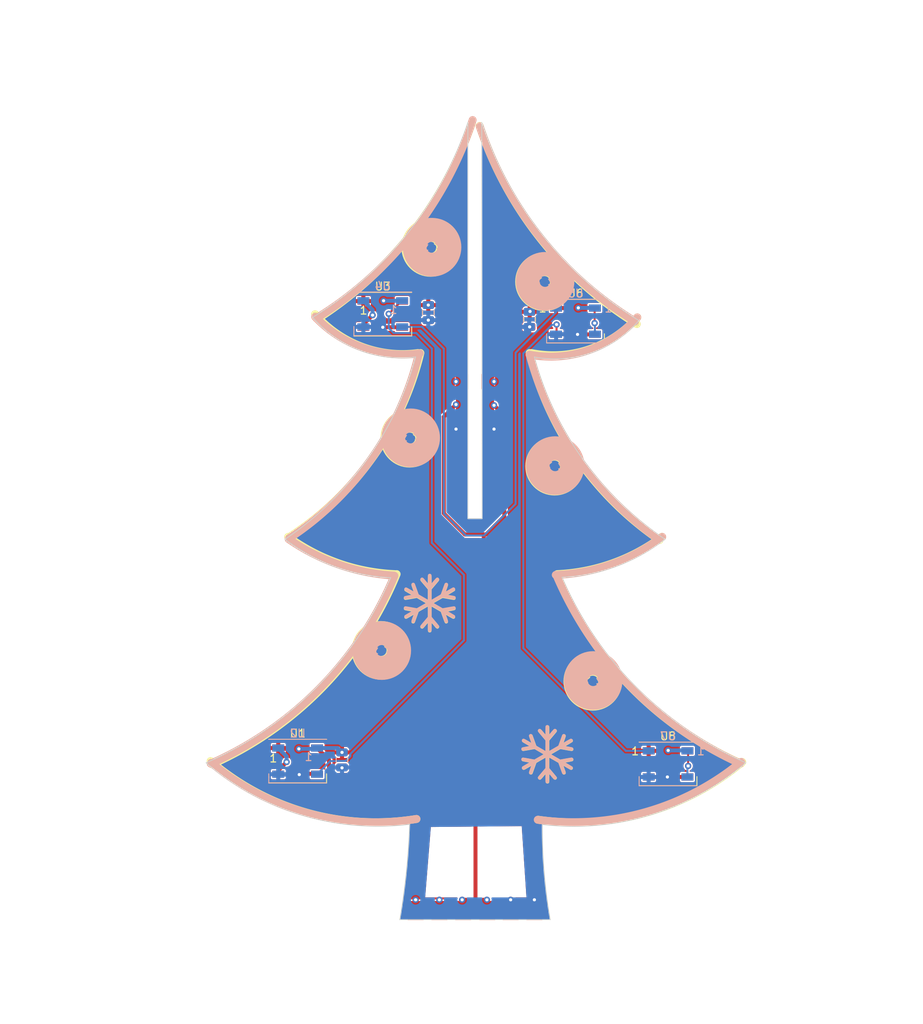
<source format=kicad_pcb>
(kicad_pcb (version 20221018) (generator pcbnew)
  (title_block (comment 4 "AISLER Project ID: LXSYRWOQ"))
  (layers (0 "F.Cu" signal) (31 "B.Cu" signal) (34 "B.Paste" user) (35 "F.Paste" user) (36 "B.SilkS" user "B.Silkscreen") (37 "F.SilkS" user "F.Silkscreen") (38 "B.Mask" user) (39 "F.Mask" user) (44 "Edge.Cuts" user))
  (net 0 "")
  (net 1 "+5V")
  (net 2 "GND")
  (net 3 "/DIN")
  (net 4 "Net-(U1-DOUT)")
  (net 5 "Net-(U2-DOUT)")
  (net 6 "Net-(U3-DOUT)")
  (net 7 "Net-(U5-DOUT)")
  (net 8 "/Dout")
  (net 9 "Net-(U6-DOUT)")
  (net 10 "Net-(U7-DOUT)")
  (net 11 "Net-(U4-DOUT)")
  (footprint "Library:Output" (layer "F.Cu") (at 141.15 68.1)
    (fp_text reference "J12" hide)
    (fp_text value "Conn_01x01")
    (pad "1" smd rect (at 0 0) (size 1.5 1.9) (layers "F.Cu" "F.Paste" "F.Mask") (net 2 "GND"))
  )
  (footprint "Capacitor_SMD:C_0805_2012Metric" (layer "F.Cu") (at 146.4 54.25 -90)
    (fp_text reference "C6" hide)
    (fp_text value "0.1uF" hide)
    (pad "1" smd roundrect (at -0.95 0 270) (size 1 1.45) (layers "F.Cu" "F.Paste" "F.Mask") (net 1 "+5V"))
    (pad "2" smd roundrect (at 0.95 0 270) (size 1 1.45) (layers "F.Cu" "F.Paste" "F.Mask") (net 2 "GND"))
  )
  (footprint "LOGO" (layer "F.Cu") (at 127.6 95.5 10)
    (fp_text reference "G***" hide)
    (fp_text value "LOGO" hide)
  )
  (footprint "Library:Output" (layer "F.Cu") (at 137.85 68.1)
    (fp_text reference "J11" hide)
    (fp_text value "Conn_01x01")
    (pad "1" smd rect (at 0 0) (size 1.5 1.9) (layers "F.Cu" "F.Paste" "F.Mask") (net 2 "GND"))
  )
  (footprint "Library:Input" (layer "F.Cu") (at 138 128.85)
    (fp_text reference "J1" hide)
    (fp_text value "Conn_01x01")
    (pad "1" smd rect (at 0 0) (size 2 2.4) (layers "F.Cu" "F.Paste" "F.Mask") (net 3 "/DIN"))
  )
  (footprint "LED_SMD:LED_WS2812B_PLCC4_5.0x5.0mm_P3.2mm" (layer "F.Cu") (at 127.85 53.6)
    (fp_text reference "U3" (at 0 -3.5) (layer "F.SilkS"))
    (fp_text value "WS2812B")
    (fp_text user "1" (at -2.425 -0.475) (layer "F.SilkS"))
    (pad "1" smd rect (at -2.45 -1.65) (size 1.5 0.9) (layers "F.Cu" "F.Paste" "F.Mask") (net 1 "+5V"))
    (pad "2" smd rect (at -2.45 1.65) (size 1.5 0.9) (layers "F.Cu" "F.Paste" "F.Mask") (net 6 "Net-(U3-DOUT)"))
    (pad "3" smd rect (at 2.45 1.65) (size 1.5 0.9) (layers "F.Cu" "F.Paste" "F.Mask") (net 2 "GND"))
    (pad "4" smd rect (at 2.45 -1.65) (size 1.5 0.9) (layers "F.Cu" "F.Paste" "F.Mask") (net 5 "Net-(U2-DOUT)"))
  )
  (footprint "Library:Output" (layer "F.Cu") (at 137.9 62.1)
    (fp_text reference "J9" hide)
    (fp_text value "Conn_01x01")
    (pad "1" smd rect (at 0 0) (size 1.5 1.9) (layers "F.Cu" "F.Paste" "F.Mask") (net 1 "+5V"))
  )
  (footprint "Capacitor_SMD:C_0805_2012Metric" (layer "F.Cu") (at 133.6 53.4 -90)
    (fp_text reference "C2" hide)
    (fp_text value "0.1uF")
    (pad "1" smd roundrect (at -0.95 0 270) (size 1 1.45) (layers "F.Cu" "F.Paste" "F.Mask") (net 1 "+5V"))
    (pad "2" smd roundrect (at 0.95 0 270) (size 1 1.45) (layers "F.Cu" "F.Paste" "F.Mask") (net 2 "GND"))
  )
  (footprint "LED_SMD:LED_WS2812B_PLCC4_5.0x5.0mm_P3.2mm" (layer "F.Cu") (at 117.1 110)
    (fp_text reference "U1" (at 0 -3.5) (layer "F.SilkS"))
    (fp_text value "WS2812B")
    (fp_text user "1" (at -3.075 -0.35) (layer "F.SilkS"))
    (pad "1" smd rect (at -2.45 -1.65) (size 1.5 0.9) (layers "F.Cu" "F.Paste" "F.Mask") (net 1 "+5V"))
    (pad "2" smd rect (at -2.45 1.65) (size 1.5 0.9) (layers "F.Cu" "F.Paste" "F.Mask") (net 4 "Net-(U1-DOUT)"))
    (pad "3" smd rect (at 2.45 1.65) (size 1.5 0.9) (layers "F.Cu" "F.Paste" "F.Mask") (net 2 "GND"))
    (pad "4" smd rect (at 2.45 -1.65) (size 1.5 0.9) (layers "F.Cu" "F.Paste" "F.Mask") (net 3 "/DIN"))
  )
  (footprint "Library:Input" (layer "F.Cu") (at 132 128.85)
    (fp_text reference "J3" hide)
    (fp_text value "Conn_01x01")
    (pad "1" smd rect (at 0 0) (size 2 2.4) (layers "F.Cu" "F.Paste" "F.Mask") (net 1 "+5V"))
  )
  (footprint "LED_SMD:LED_WS2812B_PLCC4_5.0x5.0mm_P3.2mm" (layer "F.Cu") (at 152.195 54.473)
    (fp_text reference "U6" (at 0 -3.5 -360) (layer "F.SilkS"))
    (fp_text value "WS2812B")
    (fp_text user "1" (at -4.15 -1.6 -360) (layer "F.SilkS"))
    (pad "1" smd rect (at -2.45 -1.65) (size 1.5 0.9) (layers "F.Cu" "F.Paste" "F.Mask") (net 1 "+5V"))
    (pad "2" smd rect (at -2.45 1.65) (size 1.5 0.9) (layers "F.Cu" "F.Paste" "F.Mask") (net 9 "Net-(U6-DOUT)"))
    (pad "3" smd rect (at 2.45 1.65) (size 1.5 0.9) (layers "F.Cu" "F.Paste" "F.Mask") (net 2 "GND"))
    (pad "4" smd rect (at 2.45 -1.65) (size 1.5 0.9) (layers "F.Cu" "F.Paste" "F.Mask") (net 7 "Net-(U5-DOUT)"))
  )
  (footprint "Library:Output" (layer "F.Cu") (at 137.85 65.1)
    (fp_text reference "J8" hide)
    (fp_text value "Conn_01x01")
    (pad "1" smd rect (at 0 0) (size 1.5 1.9) (layers "F.Cu" "F.Paste" "F.Mask") (net 8 "/Dout"))
  )
  (footprint "Library:Input" (layer "F.Cu") (at 141.05 128.85)
    (fp_text reference "J2" hide)
    (fp_text value "Conn_01x01")
    (pad "1" smd rect (at 0 0) (size 2 2.4) (layers "F.Cu" "F.Paste" "F.Mask") (net 3 "/DIN"))
  )
  (footprint "Library:Output" (layer "F.Cu") (at 141.15 65.1)
    (fp_text reference "J7" hide)
    (fp_text value "Conn_01x01")
    (pad "1" smd rect (at 0 0) (size 1.5 1.9) (layers "F.Cu" "F.Paste" "F.Mask") (net 8 "/Dout"))
  )
  (footprint "LOGO" (layer "F.Cu") (at 148.65 109.15)
    (fp_text reference "G***" hide)
    (fp_text value "LOGO" hide)
  )
  (footprint "LOGO" (layer "F.Cu") (at 148.374308 48.95 -10)
    (fp_text reference "G***" hide)
    (fp_text value "LOGO" hide)
  )
  (footprint "Library:Input" (layer "F.Cu") (at 135 128.85)
    (fp_text reference "J4" hide)
    (fp_text value "Conn_01x01")
    (pad "1" smd rect (at 0 0) (size 2 2.4) (layers "F.Cu" "F.Paste" "F.Mask") (net 1 "+5V"))
  )
  (footprint "Capacitor_SMD:C_0805_2012Metric" (layer "F.Cu") (at 122.7 109.85 -90)
    (fp_text reference "C4" hide)
    (fp_text value "0.1uF")
    (pad "1" smd roundrect (at -0.95 0 270) (size 1 1.45) (layers "F.Cu" "F.Paste" "F.Mask") (net 1 "+5V"))
    (pad "2" smd roundrect (at 0.95 0 270) (size 1 1.45) (layers "F.Cu" "F.Paste" "F.Mask") (net 2 "GND"))
  )
  (footprint "LOGO" (layer "F.Cu") (at 133.78 90.083)
    (fp_text reference "G***" hide)
    (fp_text value "LOGO" hide)
  )
  (footprint "Library:Input" (layer "F.Cu") (at 147 128.85)
    (fp_text reference "J6" hide)
    (fp_text value "Conn_01x01")
    (pad "1" smd rect (at 0 0) (size 2 2.4) (layers "F.Cu" "F.Paste" "F.Mask") (net 2 "GND"))
  )
  (footprint "LED_SMD:LED_WS2812B_PLCC4_5.0x5.0mm_P3.2mm" (layer "F.Cu") (at 163.879 110.353)
    (fp_text reference "U8" (at 0 -3.5) (layer "F.SilkS"))
    (fp_text value "WS2812B")
    (fp_text user "1" (at -4.15 -1.6) (layer "F.SilkS"))
    (pad "1" smd rect (at -2.45 -1.65) (size 1.5 0.9) (layers "F.Cu" "F.Paste" "F.Mask") (net 1 "+5V"))
    (pad "2" smd rect (at -2.45 1.65) (size 1.5 0.9) (layers "F.Cu" "F.Paste" "F.Mask") (net 8 "/Dout"))
    (pad "3" smd rect (at 2.45 1.65) (size 1.5 0.9) (layers "F.Cu" "F.Paste" "F.Mask") (net 2 "GND"))
    (pad "4" smd rect (at 2.45 -1.65) (size 1.5 0.9) (layers "F.Cu" "F.Paste" "F.Mask") (net 10 "Net-(U7-DOUT)"))
  )
  (footprint "LOGO" (layer "F.Cu") (at 131.225 68.725 10)
    (fp_text reference "G***" hide)
    (fp_text value "LOGO" hide)
  )
  (footprint "Library:Output" (layer "F.Cu") (at 141.075 62.1)
    (fp_text reference "J10" hide)
    (fp_text value "Conn_01x01")
    (pad "1" smd rect (at 0 0) (size 1.5 1.9) (layers "F.Cu" "F.Paste" "F.Mask") (net 1 "+5V"))
  )
  (footprint "Library:Input" (layer "F.Cu") (at 144 128.85)
    (fp_text reference "J5" hide)
    (fp_text value "Conn_01x01")
    (pad "1" smd rect (at 0 0) (size 2 2.4) (layers "F.Cu" "F.Paste" "F.Mask") (net 2 "GND"))
  )
  (footprint "LOGO" (layer "F.Cu") (at 133.875 44.65 10)
    (fp_text reference "G***" hide)
    (fp_text value "LOGO" hide)
  )
  (footprint "LOGO" (layer "F.Cu") (at 154.474308 99.375 -10)
    (fp_text reference "G***" hide)
    (fp_text value "LOGO" hide)
  )
  (footprint "LOGO" (layer "F.Cu") (at 149.65 72.225 -10)
    (fp_text reference "G***" hide)
    (fp_text value "LOGO" hide)
  )
  (footprint "LED_SMD:LED_WS2812B_PLCC4_5.0x5.0mm_P3.2mm" (layer "B.Cu") (at 163.879 110.353 180)
    (fp_text reference "U7" (at 0 3.5) (layer "B.SilkS") (effects (justify mirror)))
    (fp_text value "WS2812B")
    (fp_text user "1" (at -4.15 1.6) (layer "B.SilkS") (effects (justify mirror)))
    (pad "1" smd rect (at -2.45 1.65 180) (size 1.5 0.9) (layers "B.Cu" "B.Paste" "B.Mask") (net 1 "+5V"))
    (pad "2" smd rect (at -2.45 -1.65 180) (size 1.5 0.9) (layers "B.Cu" "B.Paste" "B.Mask") (net 10 "Net-(U7-DOUT)"))
    (pad "3" smd rect (at 2.45 -1.65 180) (size 1.5 0.9) (layers "B.Cu" "B.Paste" "B.Mask") (net 2 "GND"))
    (pad "4" smd rect (at 2.45 1.65 180) (size 1.5 0.9) (layers "B.Cu" "B.Paste" "B.Mask") (net 9 "Net-(U6-DOUT)"))
  )
  (footprint "LOGO" (layer "B.Cu") (at 133.975 44.6 -170)
    (fp_text reference "G***" hide)
    (fp_text value "LOGO" hide)
  )
  (footprint "LOGO" (layer "B.Cu") (at 148.375 48.925 170)
    (fp_text reference "G***" hide)
    (fp_text value "LOGO" hide)
  )
  (footprint "Capacitor_SMD:C_0805_2012Metric" (layer "B.Cu") (at 122.7 109.85 -90)
    (fp_text reference "C3" hide)
    (fp_text value "0.1uF")
    (pad "1" smd roundrect (at -0.95 0 270) (size 1 1.45) (layers "B.Cu" "B.Paste" "B.Mask") (net 1 "+5V"))
    (pad "2" smd roundrect (at 0.95 0 270) (size 1 1.45) (layers "B.Cu" "B.Paste" "B.Mask") (net 2 "GND"))
  )
  (footprint "LED_SMD:LED_WS2812B_PLCC4_5.0x5.0mm_P3.2mm" (layer "B.Cu") (at 127.85 53.55 180)
    (fp_text reference "U4" (at 0 3.5) (layer "B.SilkS") (effects (justify mirror)))
    (fp_text value "WS2812B")
    (fp_text user "1" (at -1.35 0.5) (layer "B.SilkS") (effects (justify mirror)))
    (pad "1" smd rect (at -2.45 1.65 180) (size 1.5 0.9) (layers "B.Cu" "B.Paste" "B.Mask") (net 1 "+5V"))
    (pad "2" smd rect (at -2.45 -1.65 180) (size 1.5 0.9) (layers "B.Cu" "B.Paste" "B.Mask") (net 11 "Net-(U4-DOUT)"))
    (pad "3" smd rect (at 2.45 -1.65 180) (size 1.5 0.9) (layers "B.Cu" "B.Paste" "B.Mask") (net 2 "GND"))
    (pad "4" smd rect (at 2.45 1.65 180) (size 1.5 0.9) (layers "B.Cu" "B.Paste" "B.Mask") (net 6 "Net-(U3-DOUT)"))
  )
  (footprint "LOGO" (layer "B.Cu") (at 149.645582 72.183426 170)
    (fp_text reference "G***" hide)
    (fp_text value "LOGO" hide)
  )
  (footprint "LED_SMD:LED_WS2812B_PLCC4_5.0x5.0mm_P3.2mm" (layer "B.Cu") (at 117.1 110 180)
    (fp_text reference "U2" (at 0 3.5) (layer "B.SilkS") (effects (justify mirror)))
    (fp_text value "WS2812B")
    (fp_text user "1" (at -1.375 0.525) (layer "B.SilkS") (effects (justify mirror)))
    (pad "1" smd rect (at -2.45 1.65 180) (size 1.5 0.9) (layers "B.Cu" "B.Paste" "B.Mask") (net 1 "+5V"))
    (pad "2" smd rect (at -2.45 -1.65 180) (size 1.5 0.9) (layers "B.Cu" "B.Paste" "B.Mask") (net 5 "Net-(U2-DOUT)"))
    (pad "3" smd rect (at 2.45 -1.65 180) (size 1.5 0.9) (layers "B.Cu" "B.Paste" "B.Mask") (net 2 "GND"))
    (pad "4" smd rect (at 2.45 1.65 180) (size 1.5 0.9) (layers "B.Cu" "B.Paste" "B.Mask") (net 4 "Net-(U1-DOUT)"))
  )
  (footprint "LED_SMD:LED_WS2812B_PLCC4_5.0x5.0mm_P3.2mm" (layer "B.Cu") (at 152.195 54.473 180)
    (fp_text reference "U5" (at 0 3.5) (layer "B.SilkS") (effects (justify mirror)))
    (fp_text value "WS2812B")
    (fp_text user "1" (at -4.15 1.6) (layer "B.SilkS") (effects (justify mirror)))
    (pad "1" smd rect (at -2.45 1.65 180) (size 1.5 0.9) (layers "B.Cu" "B.Paste" "B.Mask") (net 1 "+5V"))
    (pad "2" smd rect (at -2.45 -1.65 180) (size 1.5 0.9) (layers "B.Cu" "B.Paste" "B.Mask") (net 7 "Net-(U5-DOUT)"))
    (pad "3" smd rect (at 2.45 -1.65 180) (size 1.5 0.9) (layers "B.Cu" "B.Paste" "B.Mask") (net 2 "GND"))
    (pad "4" smd rect (at 2.45 1.65 180) (size 1.5 0.9) (layers "B.Cu" "B.Paste" "B.Mask") (net 11 "Net-(U4-DOUT)"))
  )
  (footprint "LOGO" (layer "B.Cu") (at 131.275692 68.65 -170)
    (fp_text reference "G***" hide)
    (fp_text value "LOGO" hide)
  )
  (footprint "Capacitor_SMD:C_0805_2012Metric" (layer "B.Cu") (at 133.6 53.4 -90)
    (fp_text reference "C5" hide)
    (fp_text value "0.1uF")
    (pad "1" smd roundrect (at -0.95 0 270) (size 1 1.45) (layers "B.Cu" "B.Paste" "B.Mask") (net 1 "+5V"))
    (pad "2" smd roundrect (at 0.95 0 270) (size 1 1.45) (layers "B.Cu" "B.Paste" "B.Mask") (net 2 "GND"))
  )
  (footprint "LOGO" (layer "B.Cu") (at 127.625692 95.5 -170)
    (fp_text reference "G***" hide)
    (fp_text value "LOGO" hide)
  )
  (footprint "Capacitor_SMD:C_0805_2012Metric" (layer "B.Cu") (at 146.35 54.25 -90)
    (fp_text reference "C1" hide)
    (fp_text value "0.1uF")
    (pad "1" smd roundrect (at -0.95 0 270) (size 1 1.45) (layers "B.Cu" "B.Paste" "B.Mask") (net 1 "+5V"))
    (pad "2" smd roundrect (at 0.95 0 270) (size 1 1.45) (layers "B.Cu" "B.Paste" "B.Mask") (net 2 "GND"))
  )
  (footprint "LOGO" (layer "B.Cu") (at 154.45 99.3 170)
    (fp_text reference "G***" hide)
    (fp_text value "LOGO" hide)
  )
  (footprint "LOGO" (layer "B.Cu") (at 148.625 109.125 180)
    (fp_text reference "G***" hide)
    (fp_text value "LOGO" hide)
  )
  (footprint "LOGO" (layer "B.Cu") (at 131.375 107.8 180)
    (fp_text reference "G***" hide)
    (fp_text value "LOGO" hide)
  )
  (footprint "LOGO" (layer "B.Cu") (at 133.78 90.033 180)
    (fp_text reference "G***" hide)
    (fp_text value "LOGO" hide)
  )
  (gr_circle (center 131.375 69.2) (end 130.675 69.2) (stroke (width 3)) (fill none) (layer "B.SilkS"))
  (gr_arc (start 129.316451 86.614628) (mid 120 100.7) (end 106.116451 110.314628) (stroke (width 1)) (layer "B.SilkS"))
  (gr_arc (start 139.2 29.1) (mid 131.560632 43.358747) (end 119.465289 54.1) (stroke (width 1)) (layer "B.SilkS"))
  (gr_circle (center 154.425 99.825) (end 153.725 99.825) (stroke (width 3)) (fill none) (layer "B.SilkS"))
  (gr_arc (start 173 110.3) (mid 159.266762 100.696078) (end 149.9 86.8) (stroke (width 1)) (layer "B.SilkS"))
  (gr_circle (center 149.620582 72.708426) (end 148.920582 72.708426) (stroke (width 3)) (fill none) (layer "B.SilkS"))
  (gr_arc (start 132.401653 58.61531) (mid 126.417887 71.828908) (end 116 81.9) (stroke (width 1)) (layer "B.SilkS"))
  (gr_arc (start 162.7 82) (mid 152.595241 71.905581) (end 146.475643 59) (stroke (width 1)) (layer "B.SilkS"))
  (gr_arc (start 163.14716 81.699399) (mid 156.792192 85.140982) (end 149.7 86.5) (stroke (width 1)) (layer "B.SilkS"))
  (gr_circle (center 134.074308 45.15) (end 133.374308 45.15) (stroke (width 3)) (fill none) (layer "B.SilkS"))
  (gr_arc (start 132.1 117.3) (mid 118.379651 116.57298) (end 106.198414 110.217351) (stroke (width 1)) (layer "B.SilkS"))
  (gr_arc (start 160 54) (mid 153.813874 58.159832) (end 146.379466 58.709317) (stroke (width 1)) (layer "B.SilkS"))
  (gr_circle (center 148.35 49.45) (end 147.65 49.45) (stroke (width 3)) (fill none) (layer "B.SilkS"))
  (gr_arc (start 132.514132 58.537707) (mid 125.355473 57.840805) (end 119.314132 53.937707) (stroke (width 1)) (layer "B.SilkS"))
  (gr_arc (start 159.7 54.5) (mid 147.736711 43.923596) (end 140.1 29.9) (stroke (width 1)) (layer "B.SilkS"))
  (gr_arc (start 129.252366 86.586519) (mid 122.3 85.2) (end 115.964116 81.986519) (stroke (width 1)) (layer "B.SilkS"))
  (gr_circle (center 127.725 96.05) (end 127.025 96.05) (stroke (width 3)) (fill none) (layer "B.SilkS"))
  (gr_arc (start 173.124126 110.1) (mid 161.037577 116.436137) (end 147.425 117.4) (stroke (width 1)) (layer "B.SilkS"))
  (gr_arc (start 132.6 58.5) (mid 126.663151 71.545356) (end 116.375643 81.5) (stroke (width 1)) (layer "F.SilkS"))
  (gr_arc (start 139.1 29.5) (mid 131.415966 43.490871) (end 119.6 54.2) (stroke (width 1)) (layer "F.SilkS"))
  (gr_circle (center 133.9 45.175) (end 134.6 45.175) (stroke (width 3)) (fill none) (layer "F.SilkS"))
  (gr_circle (center 127.625 96.025) (end 128.325 96.025) (stroke (width 3)) (fill none) (layer "F.SilkS"))
  (gr_arc (start 162.8 82.1) (mid 152.430157 71.807857) (end 146.4 58.5) (stroke (width 1)) (layer "F.SilkS"))
  (gr_arc (start 163.1 81.7) (mid 156.852952 85.041271) (end 149.9 86.4) (stroke (width 1)) (layer "F.SilkS"))
  (gr_circle (center 131.25 69.25) (end 131.95 69.25) (stroke (width 3)) (fill none) (layer "F.SilkS"))
  (gr_arc (start 132.3 58.5) (mid 125.17926 57.696861) (end 119.3 53.6) (stroke (width 1)) (layer "F.SilkS"))
  (gr_circle (center 154.375 99.925) (end 155.075 99.925) (stroke (width 3)) (fill none) (layer "F.SilkS"))
  (gr_arc (start 159.934711 54.845489) (mid 147.8 44.1) (end 140.084711 29.845489) (stroke (width 1)) (layer "F.SilkS"))
  (gr_arc (start 132.1 117.3) (mid 118.295153 116.518039) (end 106.100874 110) (stroke (width 1)) (layer "F.SilkS"))
  (gr_arc (start 160 54) (mid 153.910537 58.039372) (end 146.6 58.5) (stroke (width 1)) (layer "F.SilkS"))
  (gr_arc (start 173.253169 110.111326) (mid 161.141798 116.496742) (end 147.5 117.4) (stroke (width 1)) (layer "F.SilkS"))
  (gr_circle (center 149.550692 72.775) (end 150.250692 72.775) (stroke (width 3)) (fill none) (layer "F.SilkS"))
  (gr_circle (center 148.275 49.5) (end 148.975 49.5) (stroke (width 3)) (fill none) (layer "F.SilkS"))
  (gr_arc (start 129.34716 86.400601) (mid 122.277529 85.04026) (end 115.9 81.7) (stroke (width 1)) (layer "F.SilkS"))
  (gr_arc (start 173.1 110.3) (mid 159.216451 100.685373) (end 149.9 86.6) (stroke (width 1)) (layer "F.SilkS"))
  (gr_arc (start 129.6 86.4) (mid 120.263553 100.658239) (end 106.3 110.4) (stroke (width 1)) (layer "F.SilkS"))
  (gr_arc (start 163.5 82) (mid 153.174258 71.989119) (end 147 59) (stroke (width 0.1)) (layer "Edge.Cuts"))
  (gr_arc (start 173.7 110.2) (mid 161.66749 116.793526) (end 148 118) (stroke (width 0.1)) (layer "Edge.Cuts"))
  (gr_arc (start 138.6 29.4) (mid 130.962435 43.422916) (end 119 54) (stroke (width 0.1)) (layer "Edge.Cuts"))
  (gr_arc (start 132 59) (mid 125.825741 71.989118) (end 115.5 82) (stroke (width 0.1)) (layer "Edge.Cuts"))
  (gr_arc (start 128.85 86.85) (mid 119.423822 100.755614) (end 105.537921 110.210808) (stroke (width 0.1)) (layer "Edge.Cuts"))
  (gr_line (start 140.35 29.4) (end 140.4 79.4) (stroke (width 0.1)) (layer "Edge.Cuts"))
  (gr_line (start 138.6 29.4) (end 138.6 79.4) (stroke (width 0.1)) (layer "Edge.Cuts"))
  (gr_arc (start 131.237047 117.978087) (mid 117.571078 116.795641) (end 105.537921 110.210808) (stroke (width 0.1)) (layer "Edge.Cuts"))
  (gr_arc (start 163.5 82) (mid 157.374925 85.415423) (end 150.5 86.8) (stroke (width 0.1)) (layer "Edge.Cuts"))
  (gr_arc (start 160.2 54.4) (mid 154.214035 58.462012) (end 147 59) (stroke (width 0.1)) (layer "Edge.Cuts"))
  (gr_arc (start 149.000001 130) (mid 148.237049 124.021913) (end 148 118) (stroke (width 0.1)) (layer "Edge.Cuts"))
  (gr_arc (start 131.237047 117.978087) (mid 130.823568 124.010142) (end 130 130) (stroke (width 0.1)) (layer "Edge.Cuts"))
  (gr_line (start 130 130) (end 149 130) (stroke (width 0.1)) (layer "Edge.Cuts"))
  (gr_arc (start 160.2 54.4) (mid 148.066557 43.653503) (end 140.35 29.4) (stroke (width 0.1)) (layer "Edge.Cuts"))
  (gr_arc (start 128.85 86.85) (mid 121.802666 85.449879) (end 115.5 82) (stroke (width 0.1)) (layer "Edge.Cuts"))
  (gr_arc (start 173.7 110.2) (mid 159.886083 100.694995) (end 150.5 86.8) (stroke (width 0.1)) (layer "Edge.Cuts"))
  (gr_line (start 140.4 79.4) (end 138.6 79.4) (stroke (width 0.1)) (layer "Edge.Cuts"))
  (gr_arc (start 132 59) (mid 124.875047 58.124877) (end 119 54) (stroke (width 0.1)) (layer "Edge.Cuts"))
  (segment (start 117.25 108.45) (end 114.7 108.45) (width 0.5) (layer "F.Cu") (net 1))
  (segment (start 114.7 108.45) (end 114.65 108.4) (width 0.5) (layer "F.Cu") (net 1))
  (via (at 132 127.5) (size 0.8) (drill 0.4) (layers "F.Cu" "B.Cu") (net 1))
  (via (at 122.7 108.9) (size 0.8) (drill 0.4) (layers "F.Cu" "B.Cu") (net 1))
  (via (at 146.45 53.25) (size 0.8) (drill 0.4) (layers "F.Cu" "B.Cu") (net 1))
  (via (at 137.1 62.1) (size 0.8) (drill 0.4) (layers "F.Cu" "B.Cu") (net 1))
  (via (at 152.55 52.8) (size 0.8) (drill 0.4) (layers "F.Cu" "B.Cu") (net 1))
  (via (at 127.95 51.9) (size 0.8) (drill 0.4) (layers "F.Cu" "B.Cu") (net 1))
  (via (at 135 127.5) (size 0.8) (drill 0.4) (layers "F.Cu" "B.Cu") (net 1))
  (via (at 117.25 108.45) (size 0.8) (drill 0.4) (layers "F.Cu" "B.Cu") (net 1))
  (via (at 141.9 62.1) (size 0.8) (drill 0.4) (layers "F.Cu" "B.Cu") (net 1))
  (via (at 133.6 52.45) (size 0.8) (drill 0.4) (layers "F.Cu" "B.Cu") (net 1))
  (via (at 163.9 108.65) (size 0.8) (drill 0.4) (layers "F.Cu" "B.Cu") (net 1))
  (segment (start 119.5 108.45) (end 119.55 108.4) (width 0.5) (layer "B.Cu") (net 1))
  (segment (start 152.55 52.8) (end 154.85 52.8) (width 0.5) (layer "B.Cu") (net 1))
  (segment (start 119.55 108.35) (end 122.15 108.35) (width 0.5) (layer "B.Cu") (net 1))
  (segment (start 127.95 51.9) (end 130.25 51.9) (width 0.5) (layer "B.Cu") (net 1))
  (segment (start 163.9 108.65) (end 166.2 108.65) (width 0.5) (layer "B.Cu") (net 1))
  (segment (start 130.25 51.9) (end 130.3 51.95) (width 0.5) (layer "B.Cu") (net 1))
  (segment (start 141.9 62.1) (end 141.9 62.3) (width 0.5) (layer "B.Cu") (net 1))
  (segment (start 122.15 108.35) (end 122.7 108.9) (width 0.5) (layer "B.Cu") (net 1))
  (segment (start 117.25 108.45) (end 119.5 108.45) (width 0.5) (layer "B.Cu") (net 1))
  (segment (start 130.25 55.25) (end 130.3 55.2) (width 0.5) (layer "F.Cu") (net 2))
  (segment (start 140.61005 80.4) (end 141.9 79.11005) (width 0.5) (layer "F.Cu") (net 2))
  (segment (start 137.1 68.1) (end 137.1 78.9) (width 0.5) (layer "F.Cu") (net 2))
  (segment (start 117.4 111.6) (end 117.3 111.7) (width 0.5) (layer "F.Cu") (net 2))
  (segment (start 127.85 55.25) (end 130.25 55.25) (width 0.5) (layer "F.Cu") (net 2))
  (segment (start 137.1 78.9) (end 138.6 80.4) (width 0.5) (layer "F.Cu") (net 2))
  (segment (start 163.8 112) (end 166.2 112) (width 0.5) (layer "F.Cu") (net 2))
  (segment (start 141.9 79.11005) (end 141.9 68.1) (width 0.5) (layer "F.Cu") (net 2))
  (segment (start 152.45 56.15) (end 154.85 56.15) (width 0.5) (layer "F.Cu") (net 2))
  (segment (start 138.6 80.4) (end 140.61005 80.4) (width 0.5) (layer "F.Cu") (net 2))
  (segment (start 119.55 111.6) (end 117.4 111.6) (width 0.5) (layer "F.Cu") (net 2))
  (via (at 163.8 112) (size 0.8) (drill 0.4) (layers "F.Cu" "B.Cu") (net 2))
  (via (at 152.45 56.15) (size 0.8) (drill 0.4) (layers "F.Cu" "B.Cu") (net 2))
  (via (at 122.7 110.85) (size 0.8) (drill 0.4) (layers "F.Cu" "B.Cu") (net 2))
  (via (at 137.1 68.1) (size 0.8) (drill 0.4) (layers "F.Cu" "B.Cu") (net 2))
  (via (at 141.9 68.1) (size 0.8) (drill 0.4) (layers "F.Cu" "B.Cu") (net 2))
  (via (at 146.4 55.2) (size 0.8) (drill 0.4) (layers "F.Cu" "B.Cu") (net 2))
  (via (at 117.3 111.7) (size 0.8) (drill 0.4) (layers "F.Cu" "B.Cu") (net 2))
  (via (at 133.6 54.35) (size 0.8) (drill 0.4) (layers "F.Cu" "B.Cu") (net 2))
  (via (at 147 127.5) (size 0.8) (drill 0.4) (layers "F.Cu" "B.Cu") (net 2))
  (via (at 127.85 55.25) (size 0.8) (drill 0.4) (layers "F.Cu" "B.Cu") (net 2))
  (via (at 144 127.5) (size 0.8) (drill 0.4) (layers "F.Cu" "B.Cu") (net 2))
  (segment (start 141.9 68.1) (end 143.2 66.8) (width 0.5) (layer "B.Cu") (net 2))
  (segment (start 114.75 111.7) (end 114.65 111.6) (width 0.5) (layer "B.Cu") (net 2))
  (segment (start 146.35 55.35) (end 146.35 55.2) (width 0.5) (layer "B.Cu") (net 2))
  (segment (start 143.2 66.8) (end 143.2 58.5) (width 0.5) (layer "B.Cu") (net 2))
  (segment (start 143.2 58.5) (end 146.35 55.35) (width 0.5) (layer "B.Cu") (net 2))
  (segment (start 117.3 111.7) (end 114.75 111.7) (width 0.5) (layer "B.Cu") (net 2))
  (segment (start 138 127.5) (end 139.51 127.5) (width 0.5) (layer "F.Cu") (net 3))
  (segment (start 139.51 127.5) (end 141 127.5) (width 0.5) (layer "F.Cu") (net 3))
  (segment (start 121.05 111.18) (end 121.05 109.85) (width 0.5) (layer "F.Cu") (net 3))
  (segment (start 124.5 114.63) (end 121.05 111.18) (width 0.5) (layer "F.Cu") (net 3))
  (segment (start 121.05 109.85) (end 119.55 108.35) (width 0.5) (layer "F.Cu") (net 3))
  (segment (start 138.28 114.63) (end 124.5 114.63) (width 0.5) (layer "F.Cu") (net 3))
  (segment (start 139.56 127.45) (end 139.56 115.91) (width 0.5) (layer "F.Cu") (net 3))
  (segment (start 119.65 108.5) (end 119.55 108.4) (width 0.5) (layer "F.Cu") (net 3))
  (segment (start 119.6 108.35) (end 119.55 108.4) (width 0.5) (layer "F.Cu") (net 3))
  (segment (start 139.51 127.5) (end 139.56 127.45) (width 0.5) (layer "F.Cu") (net 3))
  (segment (start 139.56 115.91) (end 138.28 114.63) (width 0.5) (layer "F.Cu") (net 3))
  (via (at 141 127.5) (size 0.8) (drill 0.4) (layers "F.Cu" "B.Cu") (net 3))
  (via (at 137.875 127.5) (size 0.8) (drill 0.4) (layers "F.Cu" "B.Cu") (net 3))
  (segment (start 115.7 110.11) (end 114.65 111.16) (width 0.5) (layer "F.Cu") (net 4))
  (segment (start 114.65 111.16) (end 114.65 111.65) (width 0.5) (layer "F.Cu") (net 4))
  (via (at 115.7 110.11) (size 0.8) (drill 0.4) (layers "F.Cu" "B.Cu") (net 4))
  (segment (start 115.7 109.4) (end 114.65 108.35) (width 0.5) (layer "B.Cu") (net 4))
  (segment (start 115.7 110.11) (end 115.7 109.4) (width 0.5) (layer "B.Cu") (net 4))
  (segment (start 128.6 53.55) (end 130.2 51.95) (width 0.25) (layer "F.Cu") (net 5))
  (segment (start 130.2 51.95) (end 130.3 51.95) (width 0.25) (layer "F.Cu") (net 5))
  (via (at 128.6 53.55) (size 0.8) (drill 0.4) (layers "F.Cu" "B.Cu") (net 5))
  (segment (start 134.05 82.45) (end 138.1 86.5) (width 0.25) (layer "B.Cu") (net 5))
  (segment (start 123.75 109.388173) (end 123.163173 109.975) (width 0.25) (layer "B.Cu") (net 5))
  (segment (start 121.961827 110) (end 121.2 110) (width 0.25) (layer "B.Cu") (net 5))
  (segment (start 121.986827 109.975) (end 121.961827 110) (width 0.25) (layer "B.Cu") (net 5))
  (segment (start 129.225 55.975) (end 132.075 55.975) (width 0.25) (layer "B.Cu") (net 5))
  (segment (start 123.163173 109.975) (end 121.986827 109.975) (width 0.25) (layer "B.Cu") (net 5))
  (segment (start 132.075 55.975) (end 134.05 57.95) (width 0.25) (layer "B.Cu") (net 5))
  (segment (start 128.6 55.35) (end 129.225 55.975) (width 0.25) (layer "B.Cu") (net 5))
  (segment (start 134.05 57.95) (end 134.05 82.45) (width 0.25) (layer "B.Cu") (net 5))
  (segment (start 138.1 94.75) (end 123.75 109.1) (width 0.25) (layer "B.Cu") (net 5))
  (segment (start 123.75 109.1) (end 123.75 109.388173) (width 0.25) (layer "B.Cu") (net 5))
  (segment (start 138.1 86.5) (end 138.1 94.75) (width 0.25) (layer "B.Cu") (net 5))
  (segment (start 128.6 53.55) (end 128.6 55.35) (width 0.25) (layer "B.Cu") (net 5))
  (segment (start 121.2 110) (end 119.55 111.65) (width 0.25) (layer "B.Cu") (net 5))
  (segment (start 126.56 53.72) (end 126.39 53.89) (width 0.5) (layer "F.Cu") (net 6))
  (segment (start 125.4 54.88) (end 126.56 53.72) (width 0.5) (layer "F.Cu") (net 6))
  (segment (start 125.4 55.25) (end 125.4 54.88) (width 0.5) (layer "F.Cu") (net 6))
  (via (at 126.56 53.72) (size 0.8) (drill 0.4) (layers "F.Cu" "B.Cu") (net 6))
  (segment (start 126.56 53.72) (end 126.56 53.06) (width 0.5) (layer "B.Cu") (net 6))
  (segment (start 126.56 53.06) (end 125.4 51.9) (width 0.5) (layer "B.Cu") (net 6))
  (segment (start 154.608 52.86) (end 154.645 52.823) (width 0.25) (layer "F.Cu") (net 7))
  (segment (start 154.608 54.727) (end 154.608 52.86) (width 0.25) (layer "F.Cu") (net 7))
  (via (at 154.608 54.727) (size 0.8) (drill 0.4) (layers "F.Cu" "B.Cu") (net 7))
  (segment (start 154.645 56.123) (end 154.645 54.764) (width 0.25) (layer "B.Cu") (net 7))
  (segment (start 154.645 54.764) (end 154.608 54.727) (width 0.25) (layer "B.Cu") (net 7))
  (segment (start 140.6 81.4) (end 140.889 81.4) (width 0.5) (layer "F.Cu") (net 8))
  (segment (start 143.2 66.4) (end 141.9 65.1) (width 0.5) (layer "F.Cu") (net 8))
  (segment (start 137.1 65) (end 135.558 66.542) (width 0.5) (layer "F.Cu") (net 8))
  (segment (start 140.889 81.4) (end 143.2 79.089) (width 0.5) (layer "F.Cu") (net 8))
  (segment (start 140.6 81.4) (end 140.6 97.742) (width 0.5) (layer "F.Cu") (net 8))
  (segment (start 135.558 66.542) (end 135.558 78.73) (width 0.5) (layer "F.Cu") (net 8))
  (segment (start 143.2 79.089) (end 143.2 66.4) (width 0.5) (layer "F.Cu") (net 8))
  (segment (start 135.558 78.73) (end 138.228 81.4) (width 0.5) (layer "F.Cu") (net 8))
  (segment (start 138.228 81.4) (end 140.6 81.4) (width 0.5) (layer "F.Cu") (net 8))
  (segment (start 154.861 112.003) (end 161.429 112.003) (width 0.5) (layer "F.Cu") (net 8))
  (segment (start 140.6 97.742) (end 154.861 112.003) (width 0.5) (layer "F.Cu") (net 8))
  (via (at 141.9 65.1) (size 0.8) (drill 0.4) (layers "F.Cu" "B.Cu") (net 8))
  (via (at 137.1 65) (size 0.8) (drill 0.4) (layers "F.Cu" "B.Cu") (net 8))
  (segment (start 149.8 54.9) (end 149.8 56.068) (width 0.25) (layer "F.Cu") (net 9))
  (segment (start 149.8 56.068) (end 149.745 56.123) (width 0.25) (layer "F.Cu") (net 9))
  (via (at 149.8 54.9) (size 0.8) (drill 0.4) (layers "F.Cu" "B.Cu") (net 9))
  (segment (start 149.2 54.95) (end 145.6 58.55) (width 0.25) (layer "B.Cu") (net 9))
  (segment (start 145.6 95.75) (end 158.553 108.703) (width 0.25) (layer "B.Cu") (net 9))
  (segment (start 158.553 108.703) (end 161.429 108.703) (width 0.25) (layer "B.Cu") (net 9))
  (segment (start 149.8 54.9) (end 149.2 54.95) (width 0.25) (layer "B.Cu") (net 9))
  (segment (start 145.6 58.55) (end 145.6 95.75) (width 0.25) (layer "B.Cu") (net 9))
  (segment (start 149.75 54.95) (end 149.8 54.9) (width 0.25) (layer "B.Cu") (net 9))
  (segment (start 166.419 110.607) (end 166.419 108.793) (width 0.25) (layer "F.Cu") (net 10))
  (segment (start 166.419 108.793) (end 166.329 108.703) (width 0.25) (layer "F.Cu") (net 10))
  (via (at 166.419 110.607) (size 0.8) (drill 0.4) (layers "F.Cu" "B.Cu") (net 10))
  (segment (start 166.329 112.003) (end 166.329 110.824) (width 0.25) (layer "B.Cu") (net 10))
  (segment (start 166.419 110.607) (end 166.419 110.734) (width 0.25) (layer "B.Cu") (net 10))
  (segment (start 166.329 110.824) (end 166.419 110.607) (width 0.25) (layer "B.Cu") (net 10))
  (segment (start 144.625 58.463173) (end 149.745 53.343173) (width 0.25) (layer "B.Cu") (net 11))
  (segment (start 149.745 53.343173) (end 149.745 52.823) (width 0.25) (layer "B.Cu") (net 11))
  (segment (start 130.3 55.2) (end 132.8 55.2) (width 0.25) (layer "B.Cu") (net 11))
  (segment (start 138.352 81.524) (end 140.638 81.524) (width 0.25) (layer "B.Cu") (net 11))
  (segment (start 135.558 57.958) (end 135.558 78.73) (width 0.25) (layer "B.Cu") (net 11))
  (segment (start 140.638 81.524) (end 144.625 77.537) (width 0.25) (layer "B.Cu") (net 11))
  (segment (start 144.625 77.537) (end 144.625 58.463173) (width 0.25) (layer "B.Cu") (net 11))
  (segment (start 135.558 78.73) (end 138.352 81.524) (width 0.25) (layer "B.Cu") (net 11))
  (segment (start 130.35 55.1) (end 130.3 55.15) (width 0.5) (layer "B.Cu") (net 11))
  (segment (start 132.8 55.2) (end 135.558 57.958) (width 0.25) (layer "B.Cu") (net 11))
  (zone (net 1) (net_name "+5V") (layer "F.Cu") (connect_pads (clearance 0.2)) (min_thickness 0.2) (fill yes (thermal_gap 0.2) (thermal_bridge_width 0.508))
    (polygon (pts (xy 158.9 20.95) (xy 185.15 132.5) (xy 90.25 139.5) (xy 92 125.95) (xy 92.2 18.35)))
  )
  (zone (net 0) (net_name "") (layers "F&B.Cu" "F.Mask") (connect_pads (clearance 0)) (min_thickness 0.254)
    (keepout (tracks allowed) (vias allowed) (pads allowed) (copperpour not_allowed) (footprints allowed))
    (fill (thermal_gap 0.508) (thermal_bridge_width 0.508))
    (polygon (pts (xy 145.4 118.2) (xy 146 127.2) (xy 133.2 127.2) (xy 133.91985 118.308538)))
  )
  (zone (net 2) (net_name "GND") (layer "B.Cu") (connect_pads (clearance 0.2)) (min_thickness 0.2) (fill yes (thermal_gap 0.2) (thermal_bridge_width 0.508) (island_removal_mode 2) (island_area_min 10))
    (polygon (pts (xy 174 18.35) (xy 196.1 132.95) (xy 79.5 143.2) (xy 84.3 13.95)))
  )
)
</source>
